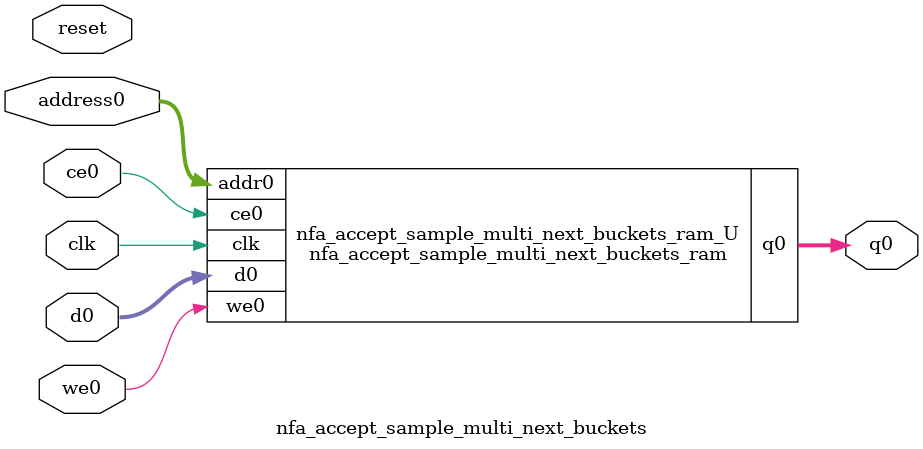
<source format=v>

`timescale 1 ns / 1 ps
module nfa_accept_sample_multi_next_buckets_ram (addr0, ce0, d0, we0, q0,  clk);

parameter DWIDTH = 64;
parameter AWIDTH = 4;
parameter MEM_SIZE = 16;

input[AWIDTH-1:0] addr0;
input ce0;
input[DWIDTH-1:0] d0;
input we0;
output reg[DWIDTH-1:0] q0;
input clk;

(* ram_style = "block" *)reg [DWIDTH-1:0] ram[MEM_SIZE-1:0];




always @(posedge clk)  
begin 
    if (ce0) 
    begin
        if (we0) 
        begin 
            ram[addr0] <= d0; 
            q0 <= d0;
        end 
        else 
            q0 <= ram[addr0];
    end
end


endmodule


`timescale 1 ns / 1 ps
module nfa_accept_sample_multi_next_buckets(
    reset,
    clk,
    address0,
    ce0,
    we0,
    d0,
    q0);

parameter DataWidth = 32'd64;
parameter AddressRange = 32'd16;
parameter AddressWidth = 32'd4;
input reset;
input clk;
input[AddressWidth - 1:0] address0;
input ce0;
input we0;
input[DataWidth - 1:0] d0;
output[DataWidth - 1:0] q0;




nfa_accept_sample_multi_next_buckets_ram nfa_accept_sample_multi_next_buckets_ram_U(
    .clk( clk ),
    .addr0( address0 ),
    .ce0( ce0 ),
    .d0( d0 ),
    .we0( we0 ),
    .q0( q0 ));

endmodule


</source>
